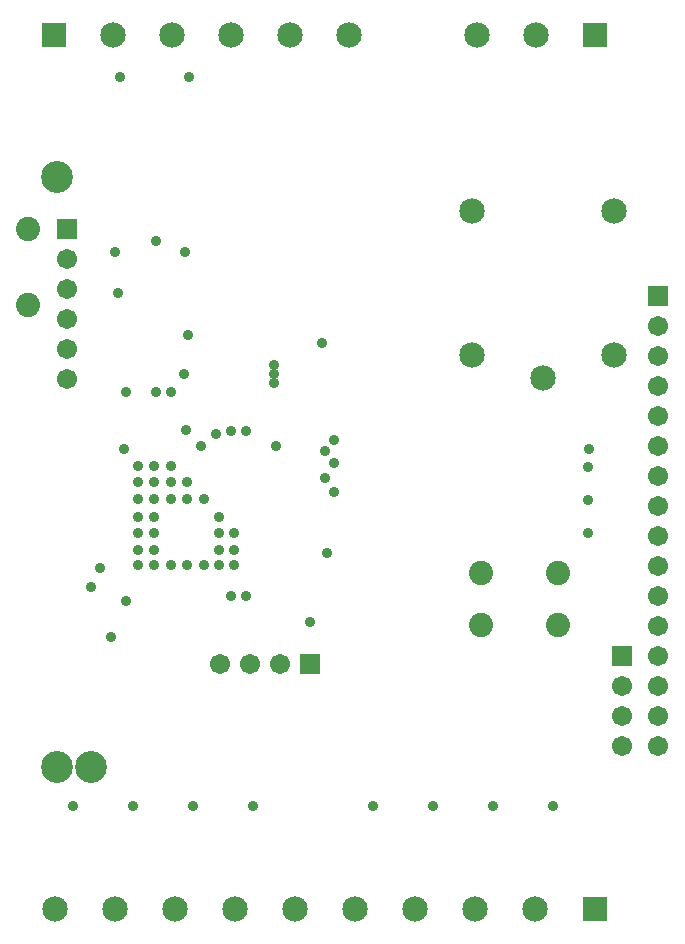
<source format=gbr>
%TF.GenerationSoftware,Altium Limited,Altium Designer,21.4.1 (30)*%
G04 Layer_Color=16711935*
%FSLAX44Y44*%
%MOMM*%
%TF.SameCoordinates,EB49FF53-C53B-41EF-AC46-A12079E47AB4*%
%TF.FilePolarity,Negative*%
%TF.FileFunction,Soldermask,Bot*%
%TF.Part,Single*%
G01*
G75*
%TA.AperFunction,ComponentPad*%
%ADD37R,2.1532X2.1532*%
%ADD38C,2.1532*%
%ADD39C,2.0532*%
%ADD40R,1.7032X1.7032*%
%ADD41C,1.7032*%
%ADD42R,1.7032X1.7032*%
%TA.AperFunction,ViaPad*%
%ADD43C,0.9032*%
%ADD44C,2.7032*%
D37*
X497390Y779780D02*
D03*
X39370D02*
D03*
X497390Y40040D02*
D03*
D38*
X447390Y779780D02*
D03*
X397390D02*
D03*
X453700Y489190D02*
D03*
X393700Y509190D02*
D03*
Y631190D02*
D03*
X513700D02*
D03*
Y509190D02*
D03*
X289370Y779780D02*
D03*
X239370D02*
D03*
X189370D02*
D03*
X139370D02*
D03*
X89370D02*
D03*
X446590Y40040D02*
D03*
X395790D02*
D03*
X344990D02*
D03*
X294190D02*
D03*
X243390D02*
D03*
X192590D02*
D03*
X141790D02*
D03*
X90990D02*
D03*
X40190D02*
D03*
D39*
X400740Y280320D02*
D03*
X465740D02*
D03*
X400740Y324770D02*
D03*
X465740D02*
D03*
X17780Y615950D02*
D03*
Y550950D02*
D03*
D40*
X520700Y254000D02*
D03*
X551180Y558800D02*
D03*
X50800Y615950D02*
D03*
D41*
X520700Y228600D02*
D03*
Y203200D02*
D03*
Y177800D02*
D03*
X551180D02*
D03*
Y203200D02*
D03*
Y228600D02*
D03*
Y254000D02*
D03*
Y279400D02*
D03*
Y304800D02*
D03*
Y330200D02*
D03*
Y355600D02*
D03*
Y381000D02*
D03*
Y406400D02*
D03*
Y431800D02*
D03*
Y457200D02*
D03*
Y482600D02*
D03*
Y508000D02*
D03*
Y533400D02*
D03*
X231140Y247650D02*
D03*
X205740D02*
D03*
X180340D02*
D03*
X50800Y590550D02*
D03*
Y565150D02*
D03*
Y539750D02*
D03*
Y514350D02*
D03*
Y488950D02*
D03*
D42*
X256540Y247650D02*
D03*
D43*
X270510Y341630D02*
D03*
X256540Y283210D02*
D03*
X226060Y485140D02*
D03*
Y492760D02*
D03*
Y500380D02*
D03*
X153670Y744220D02*
D03*
X95250D02*
D03*
X276854Y392854D02*
D03*
X276860Y417830D02*
D03*
Y437190D02*
D03*
X269240Y427650D02*
D03*
X201930Y444500D02*
D03*
X189230D02*
D03*
X176530Y441960D02*
D03*
X163830Y431800D02*
D03*
X227330D02*
D03*
X492760Y429260D02*
D03*
X99060D02*
D03*
X151130Y445770D02*
D03*
X491600Y414020D02*
D03*
X491490Y386080D02*
D03*
X491600Y358140D02*
D03*
X269240Y405130D02*
D03*
X149680Y492762D02*
D03*
X125730Y605790D02*
D03*
X91440Y596099D02*
D03*
X149970Y595860D02*
D03*
X266565Y519295D02*
D03*
X100330Y477520D02*
D03*
X78740Y328930D02*
D03*
X71120Y312420D02*
D03*
X87630Y270510D02*
D03*
X106680Y127000D02*
D03*
X462280D02*
D03*
X189230Y304800D02*
D03*
X201930D02*
D03*
X93980Y561340D02*
D03*
X152510Y526010D02*
D03*
X138430Y477520D02*
D03*
X125730D02*
D03*
X138430Y401320D02*
D03*
X110490D02*
D03*
X124460D02*
D03*
X152400D02*
D03*
X110490Y415290D02*
D03*
X124460D02*
D03*
X138430D02*
D03*
X179070Y331470D02*
D03*
X110490Y344170D02*
D03*
X179070D02*
D03*
X124460D02*
D03*
Y331470D02*
D03*
X191770D02*
D03*
X152400D02*
D03*
X110490D02*
D03*
X166370D02*
D03*
X138430D02*
D03*
X191770Y344170D02*
D03*
X179070Y372110D02*
D03*
Y358140D02*
D03*
X191770D02*
D03*
X110490D02*
D03*
X138430Y387350D02*
D03*
X124460Y372110D02*
D03*
Y358140D02*
D03*
X110490Y372110D02*
D03*
Y387350D02*
D03*
X124460D02*
D03*
X152400D02*
D03*
X166370D02*
D03*
X55880Y127000D02*
D03*
X157480D02*
D03*
X208280D02*
D03*
X309880D02*
D03*
X360680D02*
D03*
X411480D02*
D03*
X100330Y300990D02*
D03*
D44*
X42000Y160000D02*
D03*
X71000D02*
D03*
X42000Y660000D02*
D03*
%TF.MD5,c8817f768343abf6538d900b0752a72c*%
M02*

</source>
